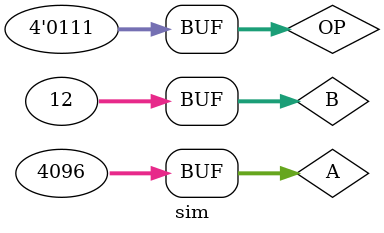
<source format=v>
`timescale 1ns / 1ps


module sim();
    reg [31:0] A,B;
    reg [3:0] OP;
    initial
    begin
        OP = 4'b0000; A = 32'h7FFF_FFFF; B = 32'h7FFF_FFFF; #100;   // ËãÊõ¼Ó
        OP = 4'b0001; A = 32'h7FFF_FFFF; B = 32'h7FFF_FFFE; #100;   // ËãÊõ¼õ
        OP = 4'b0010; A = 32'h0000_000A; B = 32'h0000_0008; #100;   // °´Î»Óë
        OP = 4'b0011; A = 32'h0000_0002; B = 32'h0000_0001; #100;   // °´Î»»ò
        OP = 4'b0100; A = 32'h0000_000F; B = 32'h0000_0003; #100;   // °´Î»Òì»ò
        OP = 4'b0101; A = 32'h0000_0000; B = 32'h0000_0001; #100;   //°´Î»»ò·Ç
        OP = 4'b0110; A = 32'h0000_0001; B = 32'h0000_0004; #100;   // Âß¼­×óÒÆ
        OP = 4'b0111; A = 32'h0000_1000; B = 32'h0000_000C; #100;   // Âß¼­×óÒÆ
    end
    
    wire [31:0] F;
    wire ZF, CF, OF, SF, PF;
    ALU_zzf ALU_sim(
        .OP(OP),
        .A(A),
        .B(B),
        .F(F),
        .ZF(ZF),
        .CF(CF),
        .OF(OF),
        .SF(SF),
        .PF(PF)
    );
    
endmodule

</source>
